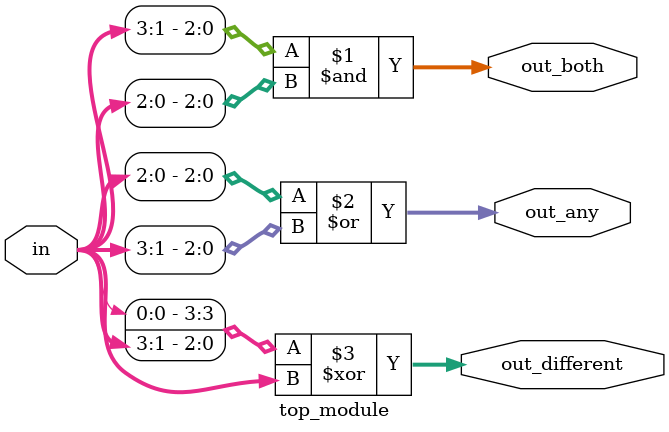
<source format=v>
module top_module( 
    input [3:0] in,
    output [2:0] out_both,
    output [3:1] out_any,
    output [3:0] out_different );
    assign out_both = in[3:1] & in[2:0];
    assign out_any = in[2:0] | in[3:1];
    assign out_different = {in[0], in[3:1]} ^ in;
endmodule

</source>
